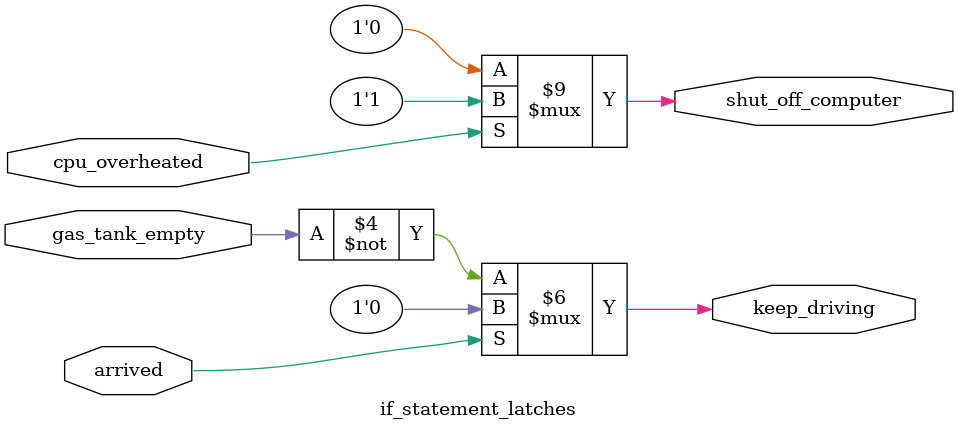
<source format=v>
module if_statement_latches (
    input      cpu_overheated,
    output reg shut_off_computer,
    input      arrived,
    input      gas_tank_empty,
    output reg keep_driving  ); //

    always @(*) begin
        shut_off_computer = 0;
        if (cpu_overheated)
           shut_off_computer = 1;
    end

    always @(*) begin
        keep_driving = 1'b0;
        if (~arrived)
           keep_driving = ~gas_tank_empty;
    end

endmodule
</source>
